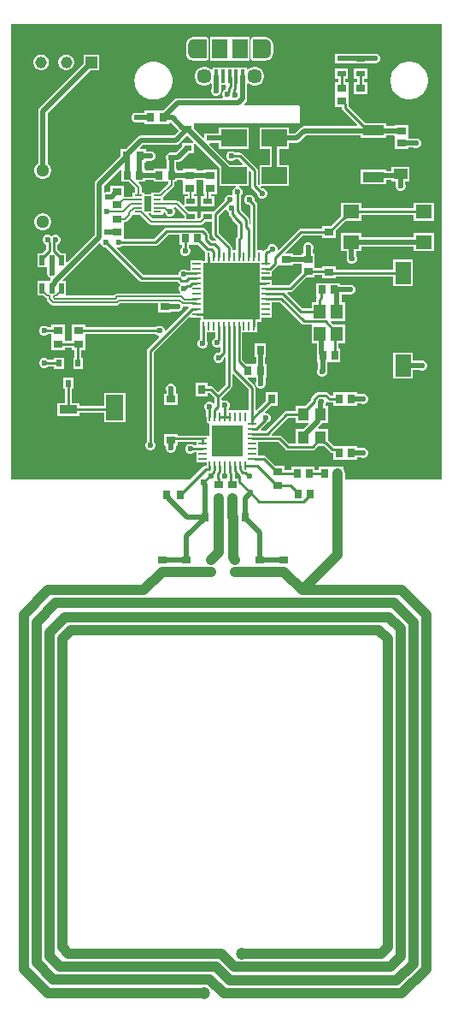
<source format=gtl>
G04*
G04 #@! TF.GenerationSoftware,Altium Limited,Altium Designer,23.10.1 (27)*
G04*
G04 Layer_Physical_Order=1*
G04 Layer_Color=255*
%FSLAX25Y25*%
%MOIN*%
G70*
G04*
G04 #@! TF.SameCoordinates,1D9EF59F-A9A3-4DE6-AF9F-94A01C22AB5E*
G04*
G04*
G04 #@! TF.FilePolarity,Positive*
G04*
G01*
G75*
%ADD13C,0.00787*%
%ADD16C,0.00591*%
%ADD17C,0.01968*%
%ADD18R,0.03150X0.03740*%
%ADD19R,0.03347X0.00984*%
%ADD20R,0.00984X0.03347*%
%ADD21R,0.22047X0.22047*%
%ADD22R,0.03937X0.03937*%
%ADD23R,0.05906X0.07480*%
%ADD24R,0.01575X0.05315*%
%ADD25R,0.12205X0.12205*%
%ADD26R,0.09843X0.06693*%
%ADD27R,0.02200X0.03850*%
%ADD28R,0.03740X0.03150*%
%ADD29R,0.03543X0.02953*%
%ADD30R,0.06693X0.09843*%
%ADD31R,0.02717X0.05906*%
%ADD32R,0.03150X0.00787*%
%ADD33R,0.02953X0.03543*%
%ADD34R,0.03543X0.02362*%
%ADD35R,0.02953X0.02362*%
%ADD36R,0.02200X0.02900*%
%ADD37R,0.07087X0.03543*%
%ADD38R,0.04724X0.05512*%
%ADD39R,0.04134X0.05118*%
%ADD40R,0.03307X0.02520*%
%ADD41R,0.06299X0.08661*%
%ADD42R,0.06299X0.08583*%
%ADD43R,0.06299X0.05512*%
%ADD44R,0.05315X0.04331*%
%ADD45R,0.08465X0.12795*%
%ADD46R,0.08465X0.03937*%
%ADD49C,0.05100*%
%ADD50C,0.05709*%
%ADD51C,0.02362*%
%ADD52C,0.01968*%
%ADD53C,0.04724*%
%ADD54C,0.01000*%
%ADD55C,0.03937*%
%ADD56C,0.04528*%
%ADD57R,0.04528X0.04528*%
G36*
X409500Y316000D02*
X371839D01*
Y318500D01*
X371744Y319219D01*
X371466Y319890D01*
X371421Y319949D01*
Y321158D01*
X369845D01*
X369778Y321185D01*
X369059Y321280D01*
X368340Y321185D01*
X368273Y321158D01*
X366803D01*
X366697Y321158D01*
Y321158D01*
X366303D01*
Y321158D01*
X361579D01*
Y319813D01*
X360126D01*
Y321059D01*
X355598D01*
Y321059D01*
X355402D01*
Y321059D01*
X350874D01*
Y319813D01*
X348158D01*
Y321421D01*
X344699D01*
X341082Y325038D01*
X340656Y325323D01*
X340154Y325423D01*
X338008D01*
Y330672D01*
X345862D01*
X348611Y327922D01*
X349037Y327638D01*
X349539Y327538D01*
X359232D01*
X359735Y327638D01*
X360160Y327922D01*
X361392Y329153D01*
X363830D01*
X363892Y329141D01*
X366190Y326844D01*
X366616Y326559D01*
X367118Y326459D01*
X367374D01*
Y323941D01*
X371598D01*
X371902Y323941D01*
X372402Y323941D01*
X376626D01*
Y324694D01*
X378217D01*
X378608Y324532D01*
X379392D01*
X380115Y324831D01*
X380669Y325385D01*
X380968Y326108D01*
Y326892D01*
X380669Y327615D01*
X380115Y328169D01*
X379392Y328468D01*
X378608D01*
X378217Y328306D01*
X376626D01*
Y329059D01*
X372402D01*
X372098Y329059D01*
X371598Y329059D01*
X368788D01*
X368661Y329084D01*
X367662D01*
X365377Y331369D01*
X365244Y331458D01*
Y335846D01*
X361562D01*
X361371Y336308D01*
X362584Y337522D01*
X362976Y338108D01*
X362996Y338209D01*
X365244D01*
Y344902D01*
X364251D01*
Y345584D01*
X364469Y346108D01*
Y346272D01*
X364655Y346409D01*
X364968Y346510D01*
X365301Y346287D01*
X365804Y346187D01*
X367374D01*
Y344941D01*
X371598D01*
X371902Y344941D01*
X372402Y344941D01*
X376626D01*
Y345694D01*
X378217D01*
X378608Y345532D01*
X379392D01*
X380115Y345831D01*
X380669Y346385D01*
X380968Y347108D01*
Y347892D01*
X380669Y348615D01*
X380115Y349169D01*
X379392Y349468D01*
X378608D01*
X378217Y349306D01*
X376626D01*
Y350059D01*
X372402D01*
X372098Y350059D01*
X371598Y350059D01*
X367374D01*
Y348813D01*
X366347D01*
X365263Y349897D01*
X364838Y350181D01*
X364335Y350281D01*
X361477D01*
X360975Y350181D01*
X360549Y349897D01*
X359103Y348451D01*
X358819Y348025D01*
X358719Y347522D01*
Y347122D01*
X356498Y344902D01*
X352646D01*
Y342868D01*
X349124D01*
X348622Y342768D01*
X348196Y342483D01*
X340978Y335265D01*
X339140D01*
X338949Y335727D01*
X341253Y338032D01*
X341392D01*
X342115Y338331D01*
X342669Y338885D01*
X342969Y339608D01*
Y340392D01*
X342669Y341115D01*
X342115Y341669D01*
X341392Y341968D01*
X340859D01*
X340652Y342469D01*
X342863Y344680D01*
X345731D01*
Y349995D01*
X341007D01*
Y346536D01*
X338463Y343992D01*
X338271Y343954D01*
X337845Y343670D01*
X337322Y343147D01*
X336860Y343338D01*
Y351906D01*
X336760Y352409D01*
X336475Y352835D01*
X333929Y355381D01*
X334121Y355842D01*
X336197D01*
X336303Y355842D01*
X336723D01*
X337223Y355649D01*
Y354354D01*
X337032Y353892D01*
Y353108D01*
X337331Y352385D01*
X337885Y351831D01*
X338608Y351532D01*
X339392D01*
X340115Y351831D01*
X340669Y352385D01*
X340968Y353108D01*
Y353892D01*
X340836Y354212D01*
Y355842D01*
X341421D01*
Y361157D01*
X340767D01*
Y363941D01*
X341126D01*
Y369059D01*
X336598D01*
Y363941D01*
X337154D01*
Y361512D01*
X336697Y361157D01*
X336303D01*
X336197Y361157D01*
X333435D01*
X331781Y362811D01*
Y373476D01*
X337653D01*
Y375771D01*
X337687Y375937D01*
Y377610D01*
X339327D01*
Y379283D01*
X343461D01*
Y381252D01*
Y385156D01*
X346580D01*
X355011Y376725D01*
X355436Y376441D01*
X355939Y376341D01*
X358850D01*
Y369295D01*
X360839D01*
Y364992D01*
X360874Y364818D01*
Y361941D01*
X361331D01*
Y359115D01*
X361331Y359115D01*
X361032Y358392D01*
Y357608D01*
X361331Y356885D01*
X361885Y356331D01*
X362608Y356031D01*
X363392D01*
X364115Y356331D01*
X364669Y356885D01*
X364968Y357608D01*
Y358392D01*
X364944Y358450D01*
Y361838D01*
X365402Y361941D01*
X365598D01*
Y361941D01*
X370126D01*
Y367059D01*
X369175D01*
Y369295D01*
X371843D01*
Y376382D01*
X367400D01*
X366287Y377495D01*
X366478Y377957D01*
X371843D01*
Y385043D01*
X370499D01*
Y388194D01*
X373217D01*
X373608Y388032D01*
X374392D01*
X375115Y388331D01*
X375669Y388885D01*
X375969Y389608D01*
Y390392D01*
X375669Y391115D01*
X375115Y391669D01*
X374392Y391968D01*
X373608D01*
X373217Y391806D01*
X369988D01*
Y392559D01*
X365461D01*
Y392559D01*
X365264D01*
Y392559D01*
X360736D01*
Y387441D01*
X360736Y387441D01*
X360927Y386941D01*
X360787Y386733D01*
X360687Y386230D01*
Y385043D01*
X358850D01*
Y382813D01*
X355164D01*
X349345Y388631D01*
X349537Y389093D01*
X350610D01*
X351113Y389193D01*
X351538Y389477D01*
X356797Y394736D01*
X360059D01*
Y395687D01*
X362842D01*
Y394579D01*
X368158D01*
Y395278D01*
X390563D01*
Y391472D01*
X398437D01*
Y401709D01*
X390563D01*
Y397903D01*
X368158D01*
Y399303D01*
X362842D01*
Y398313D01*
X360059D01*
Y399264D01*
X360059D01*
Y399461D01*
X360059D01*
Y403988D01*
X359306D01*
Y405717D01*
X359469Y406108D01*
Y406892D01*
X359169Y407615D01*
X358615Y408169D01*
X357892Y408468D01*
X357108D01*
X356385Y408169D01*
X355831Y407615D01*
X355532Y406892D01*
Y406108D01*
X355694Y405717D01*
Y403988D01*
X354941D01*
Y403600D01*
X351559D01*
Y404126D01*
X348983D01*
X348792Y404588D01*
X355332Y411128D01*
X362842D01*
Y410079D01*
X368158D01*
Y412947D01*
X372048Y416837D01*
X372071D01*
X372198Y416862D01*
X378264D01*
Y419093D01*
X398736D01*
Y416862D01*
X406610D01*
Y423949D01*
X398736D01*
Y421718D01*
X378264D01*
Y423949D01*
X370390D01*
Y418892D01*
X366301Y414803D01*
X362842D01*
Y413754D01*
X354788D01*
X354286Y413654D01*
X353860Y413369D01*
X345969Y405477D01*
X345468Y405684D01*
Y406151D01*
X345169Y406875D01*
X344615Y407429D01*
X343892Y407728D01*
X343108D01*
X342385Y407429D01*
X341831Y406875D01*
X341531Y406151D01*
Y406016D01*
X341492Y405977D01*
X341205Y405920D01*
X340779Y405635D01*
X340122Y404978D01*
X339914Y405008D01*
X339622Y405155D01*
Y405366D01*
X337687D01*
Y423082D01*
X337587Y423585D01*
X337302Y424011D01*
X336469Y424844D01*
Y425392D01*
X336169Y426115D01*
X335615Y426669D01*
X334892Y426968D01*
X334108D01*
X333385Y426669D01*
X332831Y426115D01*
X332531Y425392D01*
Y424608D01*
X332831Y423885D01*
X333385Y423331D01*
X334108Y423032D01*
X334569D01*
X335061Y422539D01*
Y415823D01*
X334561Y415555D01*
X334529Y415577D01*
Y417292D01*
X334429Y417795D01*
X334145Y418220D01*
X331423Y420942D01*
Y426671D01*
X331637Y426885D01*
X331937Y427608D01*
Y428392D01*
X331637Y429115D01*
X331084Y429669D01*
X330607Y429866D01*
X330707Y430366D01*
X334335D01*
Y436092D01*
X334797Y436283D01*
X335307Y435773D01*
Y430381D01*
X335406Y429879D01*
X335691Y429453D01*
X337531Y427612D01*
Y427108D01*
X337831Y426385D01*
X338385Y425831D01*
X339108Y425531D01*
X339892D01*
X340615Y425831D01*
X341169Y426385D01*
X341469Y427108D01*
Y427892D01*
X341169Y428615D01*
X340615Y429169D01*
X339892Y429468D01*
X339388D01*
X338990Y429866D01*
X339197Y430366D01*
X350083D01*
Y438634D01*
X346180D01*
Y444866D01*
X349957D01*
Y447194D01*
X353127D01*
X353818Y447331D01*
X354404Y447723D01*
X356834Y450152D01*
X377996D01*
Y449299D01*
X388035D01*
Y450152D01*
X391087D01*
X391441Y449799D01*
Y449598D01*
X391441Y449098D01*
Y444874D01*
X396559D01*
Y445331D01*
X398385D01*
X398385Y445331D01*
X399108Y445031D01*
X399892D01*
X400615Y445331D01*
X401169Y445885D01*
X401469Y446608D01*
Y447392D01*
X401169Y448115D01*
X400615Y448669D01*
X399892Y448969D01*
X399108D01*
X399050Y448944D01*
X396913D01*
X396559Y449298D01*
X396559Y449902D01*
Y454126D01*
X391441D01*
Y453765D01*
X388035D01*
Y454811D01*
X379852D01*
X373183Y461481D01*
Y462366D01*
X373158Y462493D01*
Y465697D01*
X373158Y465803D01*
Y466197D01*
X373158Y466303D01*
Y470921D01*
X371813D01*
Y472126D01*
X373059D01*
Y476063D01*
X367941D01*
Y472126D01*
X369187D01*
Y470921D01*
X367843D01*
Y466303D01*
X367843Y466197D01*
Y465803D01*
X367843Y465697D01*
Y461079D01*
X370557D01*
Y460937D01*
X370657Y460435D01*
X370942Y460009D01*
X376724Y454227D01*
X376533Y453765D01*
X356086D01*
X355395Y453627D01*
X354809Y453236D01*
X352379Y450806D01*
X349957D01*
Y453134D01*
X338539D01*
Y444866D01*
X342568D01*
Y438634D01*
X338665D01*
Y431180D01*
X338165Y430932D01*
X337932Y431111D01*
Y436317D01*
X337832Y436819D01*
X337547Y437245D01*
X331864Y442928D01*
X331438Y443213D01*
X330936Y443313D01*
X328971D01*
X328615Y443669D01*
X327892Y443968D01*
X327108D01*
X326385Y443669D01*
X325831Y443115D01*
X325532Y442392D01*
Y441608D01*
X325831Y440885D01*
X326385Y440331D01*
X327108Y440031D01*
X327892D01*
X328615Y440331D01*
X328971Y440687D01*
X330392D01*
X331984Y439096D01*
X331792Y438634D01*
X326972D01*
X319036Y446570D01*
X319228Y447031D01*
X321595D01*
Y447194D01*
X322791D01*
Y444866D01*
X334209D01*
Y453134D01*
X322791D01*
Y450806D01*
X321595D01*
Y450969D01*
X317067D01*
Y449192D01*
X316605Y449001D01*
X312933Y452673D01*
Y454697D01*
X353500D01*
X353807Y454758D01*
X354068Y454932D01*
X354242Y455193D01*
X354303Y455500D01*
Y461000D01*
X354242Y461307D01*
X354068Y461568D01*
X353807Y461742D01*
X353500Y461803D01*
X332689D01*
X332498Y462265D01*
X333261Y463028D01*
X333653Y463615D01*
X333791Y464306D01*
Y470218D01*
X334291Y470425D01*
X334473Y470243D01*
X335303Y469764D01*
X336229Y469516D01*
X337188D01*
X338114Y469764D01*
X338945Y470243D01*
X339623Y470921D01*
X340102Y471752D01*
X340350Y472678D01*
Y473637D01*
X340102Y474563D01*
X339623Y475393D01*
X338945Y476072D01*
X338114Y476551D01*
X337188Y476799D01*
X336229D01*
X335303Y476551D01*
X334473Y476072D01*
X334059Y475658D01*
X333559Y475865D01*
Y476602D01*
X320173D01*
Y475865D01*
X319673Y475658D01*
X319260Y476072D01*
X318429Y476551D01*
X317503Y476799D01*
X316544D01*
X315618Y476551D01*
X314788Y476072D01*
X314109Y475393D01*
X313630Y474563D01*
X313382Y473637D01*
Y472678D01*
X313630Y471752D01*
X314109Y470921D01*
X314788Y470243D01*
X315618Y469764D01*
X316544Y469516D01*
X317503D01*
X318429Y469764D01*
X319260Y470243D01*
X319442Y470425D01*
X319942Y470218D01*
Y468725D01*
X319831Y468615D01*
X319531Y467892D01*
Y467108D01*
X319831Y466385D01*
X320385Y465831D01*
X321108Y465531D01*
X321892D01*
X322615Y465831D01*
X323169Y466385D01*
X323468Y467108D01*
Y467423D01*
X323554Y467855D01*
Y469713D01*
X325251D01*
X325398Y469503D01*
X325486Y469213D01*
X325257Y468870D01*
X325158Y468368D01*
Y467956D01*
X324794Y467805D01*
X324240Y467252D01*
X323940Y466528D01*
Y465745D01*
X324217Y465078D01*
X324030Y464578D01*
X306535D01*
X305844Y464440D01*
X305258Y464049D01*
X300867Y459657D01*
X298803D01*
X298697Y459657D01*
X298303D01*
X298197Y459657D01*
X295525D01*
X295350Y459692D01*
X295176Y459657D01*
X293579D01*
Y458806D01*
X291283D01*
X290892Y458968D01*
X290108D01*
X289385Y458669D01*
X288831Y458115D01*
X288531Y457392D01*
Y456608D01*
X288831Y455885D01*
X289385Y455331D01*
X290108Y455031D01*
X290892D01*
X291283Y455194D01*
X293579D01*
Y454343D01*
X298197D01*
X298303Y454343D01*
X298697D01*
X298803Y454343D01*
X303421D01*
Y454812D01*
X303921Y455019D01*
X307010Y451930D01*
X305173Y450094D01*
X292379D01*
X291688Y449956D01*
X291102Y449565D01*
X287412Y445875D01*
X287020Y445289D01*
X287004Y445208D01*
X286528Y444732D01*
X284358D01*
Y441972D01*
X274723Y432336D01*
X274331Y431750D01*
X274194Y431059D01*
Y411385D01*
X263590Y400781D01*
X263128Y400972D01*
Y404087D01*
X261209D01*
X260691Y404605D01*
X260687Y404612D01*
X259980Y405319D01*
X259762Y405464D01*
X259706Y405520D01*
Y406957D01*
X259631Y407333D01*
Y407631D01*
X260115Y407831D01*
X260669Y408385D01*
X260968Y409108D01*
Y409892D01*
X260669Y410615D01*
X260115Y411169D01*
X259392Y411469D01*
X258608D01*
X257885Y411169D01*
X257425Y410709D01*
X256965Y411169D01*
X256242Y411469D01*
X255459D01*
X254735Y411169D01*
X254182Y410615D01*
X253882Y409892D01*
Y409108D01*
X254182Y408385D01*
X254735Y407831D01*
X255219Y407631D01*
Y406291D01*
X255294Y405915D01*
Y405520D01*
X255238Y405464D01*
X255020Y405319D01*
X254313Y404612D01*
X254309Y404605D01*
X253791Y404087D01*
X251872D01*
Y398663D01*
X255694D01*
Y397283D01*
X255532Y396892D01*
Y396108D01*
X255831Y395385D01*
X256385Y394831D01*
X256805Y394657D01*
X257014Y394070D01*
X256896Y393894D01*
X256786Y393337D01*
X251872D01*
Y387913D01*
X254086D01*
X254965Y387034D01*
X255323Y386794D01*
X255601Y386739D01*
Y386320D01*
X255685Y385898D01*
X255924Y385540D01*
X257202Y384262D01*
X257560Y384023D01*
X257982Y383939D01*
X282872D01*
X283294Y384023D01*
X283652Y384262D01*
X284050Y384660D01*
X298941D01*
Y381098D01*
X304059D01*
Y381556D01*
X306050D01*
X306108Y381532D01*
X306892D01*
X307615Y381831D01*
X308169Y382385D01*
X308469Y383108D01*
Y383549D01*
X308512Y383585D01*
X310783D01*
X310990Y383085D01*
X301969Y374064D01*
X301468Y374271D01*
Y374392D01*
X301169Y375115D01*
X300615Y375669D01*
X299892Y375969D01*
X299108D01*
X298385Y375669D01*
X298029Y375313D01*
X270657D01*
Y376362D01*
X265342D01*
Y371744D01*
X265342Y371638D01*
Y371244D01*
X265342Y371138D01*
Y370254D01*
X262657D01*
Y371197D01*
X262657Y371303D01*
Y371697D01*
X262657Y371803D01*
Y376421D01*
X257343D01*
Y375313D01*
X255971D01*
X255615Y375669D01*
X254892Y375969D01*
X254108D01*
X253385Y375669D01*
X252831Y375115D01*
X252532Y374392D01*
Y373608D01*
X252831Y372885D01*
X253385Y372331D01*
X254108Y372031D01*
X254892D01*
X255615Y372331D01*
X255971Y372687D01*
X257343D01*
Y371803D01*
X257343Y371697D01*
Y371303D01*
X257343Y371197D01*
Y366579D01*
X262657D01*
Y367628D01*
X265342D01*
Y366520D01*
X266437D01*
Y363637D01*
X265863D01*
Y359163D01*
X269637D01*
Y363637D01*
X269063D01*
Y366520D01*
X270657D01*
Y371138D01*
X270657Y371244D01*
Y371638D01*
X270657Y371744D01*
Y372687D01*
X298029D01*
X298385Y372331D01*
X299108Y372031D01*
X299229D01*
X299436Y371532D01*
X295072Y367167D01*
X294787Y366741D01*
X294687Y366239D01*
Y330971D01*
X294331Y330615D01*
X294032Y329892D01*
Y329108D01*
X294331Y328385D01*
X294885Y327831D01*
X295608Y327532D01*
X296392D01*
X297115Y327831D01*
X297669Y328385D01*
X297969Y329108D01*
Y329892D01*
X297669Y330615D01*
X297313Y330971D01*
Y365695D01*
X311109Y379492D01*
X311571Y379300D01*
Y379283D01*
X313865D01*
X314032Y379250D01*
X315705D01*
Y378398D01*
X315409D01*
Y376103D01*
X315376Y375937D01*
Y370743D01*
X315273Y370700D01*
X314719Y370147D01*
X314419Y369423D01*
Y368640D01*
X314719Y367916D01*
X315273Y367363D01*
X315996Y367063D01*
X316779D01*
X317503Y367363D01*
X318057Y367916D01*
X318356Y368640D01*
Y369423D01*
X318057Y370147D01*
X318002Y370202D01*
Y373476D01*
X321282D01*
Y371294D01*
X320979Y371169D01*
X320426Y370615D01*
X320126Y369892D01*
Y369108D01*
X320426Y368385D01*
X320979Y367831D01*
X321703Y367531D01*
X322486D01*
X322750Y367641D01*
X323250Y367307D01*
Y366107D01*
X322612Y365469D01*
X322108D01*
X321385Y365169D01*
X320831Y364615D01*
X320532Y363892D01*
Y363108D01*
X320831Y362385D01*
X321385Y361831D01*
X322108Y361531D01*
X322892D01*
X323615Y361831D01*
X324169Y362385D01*
X324468Y363108D01*
Y363536D01*
X324735Y363749D01*
X325219Y363534D01*
Y353029D01*
X322397Y350207D01*
X320675Y351928D01*
X320249Y352213D01*
X319747Y352313D01*
X318421D01*
Y353658D01*
X313697D01*
Y348342D01*
X318421D01*
Y349687D01*
X319203D01*
X321084Y347807D01*
Y345853D01*
X320984Y345796D01*
X320584Y345700D01*
X320115Y346169D01*
X319392Y346468D01*
X318608D01*
X317885Y346169D01*
X317331Y345615D01*
X317032Y344892D01*
Y344108D01*
X317331Y343385D01*
X317790Y342926D01*
Y340555D01*
X317831Y340349D01*
Y338087D01*
X318692D01*
X319110Y337890D01*
X319110Y337587D01*
Y333682D01*
X318913Y333264D01*
X318610Y333264D01*
X316619D01*
X316453Y333297D01*
X316413Y333289D01*
X306559D01*
Y333902D01*
X301441D01*
Y329374D01*
X301690D01*
X302031Y328892D01*
Y328108D01*
X302331Y327385D01*
X302885Y326831D01*
X303608Y326532D01*
X304392D01*
X305115Y326831D01*
X305669Y327385D01*
X305968Y328108D01*
Y328892D01*
X306310Y329374D01*
X306559D01*
Y330664D01*
X313992D01*
Y329352D01*
X312932D01*
X312615Y329669D01*
X311892Y329969D01*
X311108D01*
X310385Y329669D01*
X309831Y329115D01*
X309531Y328392D01*
Y327608D01*
X309831Y326885D01*
X310385Y326331D01*
X311108Y326031D01*
X311892D01*
X312615Y326331D01*
X313011Y326727D01*
X313992D01*
Y322831D01*
X317831D01*
Y321619D01*
X317825Y321592D01*
X317484D01*
X316982Y321492D01*
X316556Y321208D01*
X311348Y316000D01*
X241500D01*
Y493500D01*
X409500D01*
Y316000D01*
D02*
G37*
G36*
X312768Y447728D02*
X312561Y447228D01*
X308405D01*
Y445846D01*
X305941Y443382D01*
X304601D01*
X304392Y443469D01*
X303608D01*
X302885Y443169D01*
X302331Y442615D01*
X302031Y441892D01*
Y441108D01*
X302331Y440385D01*
X302335Y440381D01*
Y437237D01*
X301878Y437134D01*
X301681D01*
Y437134D01*
X297153D01*
Y436381D01*
X293905D01*
Y437134D01*
X293547D01*
Y439417D01*
X294201D01*
Y440231D01*
X295127D01*
X295608Y440031D01*
X296392D01*
X297115Y440331D01*
X297669Y440885D01*
X297969Y441608D01*
Y442392D01*
X297669Y443115D01*
X297115Y443669D01*
X296392Y443968D01*
X295608D01*
X295307Y443844D01*
X294201D01*
Y444732D01*
X292032D01*
X291841Y445194D01*
X293127Y446481D01*
X305921D01*
X306612Y446619D01*
X307199Y447010D01*
X310343Y450154D01*
X312768Y447728D01*
D02*
G37*
G36*
X297153Y432016D02*
X301681D01*
Y432016D01*
X301878D01*
Y432016D01*
X302938D01*
Y431389D01*
X299403Y427854D01*
X298721D01*
X298604Y427831D01*
X296358D01*
Y427240D01*
X293642D01*
Y427831D01*
X292484D01*
Y429917D01*
X292392Y430378D01*
X292131Y430769D01*
X292131Y430769D01*
X291346Y431554D01*
X291537Y432016D01*
X293905D01*
Y432768D01*
X297153D01*
Y432016D01*
D02*
G37*
G36*
X284653Y436451D02*
Y432016D01*
X287478D01*
X290075Y429419D01*
Y427831D01*
X288917D01*
Y426279D01*
X285658D01*
Y430480D01*
X280343D01*
Y428310D01*
X280126Y428094D01*
X279824D01*
X279614Y428181D01*
X278831D01*
X278306Y427964D01*
X277806Y428234D01*
Y430311D01*
X284154Y436658D01*
X284653Y436451D01*
D02*
G37*
G36*
X308530Y432537D02*
X308622Y432298D01*
Y431878D01*
X308622Y431772D01*
Y427153D01*
X310575D01*
Y426496D01*
X309221D01*
Y423001D01*
X308720Y422794D01*
X307163Y424352D01*
X306772Y424613D01*
X306311Y424704D01*
X306311Y424704D01*
X301083D01*
Y426128D01*
X304993Y430038D01*
X304993Y430038D01*
X305254Y430429D01*
X305346Y430890D01*
X305346Y430890D01*
Y432016D01*
X306405D01*
Y432798D01*
X308268D01*
X308530Y432537D01*
D02*
G37*
G36*
X322917Y437579D02*
Y430366D01*
X329230D01*
X329330Y429866D01*
X328853Y429669D01*
X328300Y429115D01*
X328000Y428392D01*
Y427608D01*
X328175Y427185D01*
X327793Y426802D01*
X327392Y426968D01*
X326608D01*
X325885Y426669D01*
X325331Y426115D01*
X325031Y425392D01*
Y424888D01*
X320687Y420543D01*
X315721D01*
Y418309D01*
X315072Y417661D01*
X314339D01*
Y420590D01*
X310924D01*
X309455Y422059D01*
X309662Y422559D01*
X314339D01*
Y426496D01*
X312984D01*
Y427153D01*
X313937D01*
Y431772D01*
X313937Y431878D01*
Y432298D01*
X314130Y432798D01*
X316268D01*
X316606Y432461D01*
X316622Y432298D01*
X316622Y432213D01*
Y431819D01*
X316622Y431713D01*
Y427095D01*
X317075D01*
Y426449D01*
X315721D01*
Y422512D01*
X320839D01*
Y426449D01*
X319484D01*
Y427095D01*
X321937D01*
Y431713D01*
X321937Y431819D01*
Y432213D01*
X321937Y432319D01*
Y436937D01*
X316622D01*
Y436411D01*
X313937D01*
Y436996D01*
X308622D01*
Y436411D01*
X306405D01*
Y437134D01*
X305948D01*
Y439769D01*
X306690D01*
X307381Y439907D01*
X307967Y440298D01*
X310960Y443291D01*
X312933D01*
Y446856D01*
X313433Y447063D01*
X322917Y437579D01*
D02*
G37*
G36*
X309221Y418888D02*
Y417661D01*
X296839D01*
X295202Y419298D01*
X295393Y419760D01*
X296358D01*
Y419169D01*
X301083D01*
Y419885D01*
X301583Y419985D01*
X301831Y419385D01*
X302385Y418831D01*
X303108Y418532D01*
X303892D01*
X304615Y418831D01*
X305169Y419385D01*
X305469Y420108D01*
Y420892D01*
X305169Y421615D01*
X304988Y421796D01*
X305195Y422296D01*
X305812D01*
X309221Y418888D01*
D02*
G37*
G36*
X291280Y419146D02*
X291948D01*
X295489Y415605D01*
X295489Y415605D01*
X295880Y415344D01*
X296340Y415252D01*
X315571D01*
X315571Y415252D01*
X316032Y415344D01*
X316422Y415605D01*
X317424Y416606D01*
X320061D01*
Y411474D01*
X320161Y410971D01*
X320446Y410545D01*
X321540Y409451D01*
X321267Y409017D01*
X320895Y409091D01*
X319775D01*
X318844Y410021D01*
Y411621D01*
X318744Y412123D01*
X318460Y412549D01*
X317218Y413790D01*
X316793Y414075D01*
X316290Y414175D01*
X302261D01*
X301758Y414075D01*
X301332Y413790D01*
X297355Y409813D01*
X286047D01*
X285658Y410079D01*
Y414803D01*
X285658D01*
Y415197D01*
X285658D01*
Y416062D01*
X286051Y416355D01*
X286512Y416446D01*
X286903Y416708D01*
X288526Y418330D01*
X288526Y418330D01*
X288787Y418721D01*
X288787Y418723D01*
X288917Y419169D01*
X291163D01*
X291280Y419146D01*
D02*
G37*
G36*
X307374Y407441D02*
X308256D01*
Y406540D01*
X307900Y406184D01*
X307600Y405461D01*
Y404677D01*
X307900Y403954D01*
X308454Y403400D01*
X309177Y403100D01*
X309961D01*
X310684Y403400D01*
X311238Y403954D01*
X311537Y404677D01*
Y405461D01*
X311238Y406184D01*
X310881Y406540D01*
Y407441D01*
X311902D01*
Y407441D01*
X312098D01*
Y407441D01*
X314770D01*
X317373Y404838D01*
X317378Y404834D01*
Y403072D01*
X317345Y402906D01*
Y401232D01*
X316492D01*
Y401528D01*
X311571D01*
Y397624D01*
X310160D01*
X310115Y397669D01*
X309392Y397969D01*
X308608D01*
X307885Y397669D01*
X307331Y397115D01*
X307031Y396392D01*
Y395655D01*
X293201D01*
X282695Y406162D01*
X282978Y406586D01*
X283108Y406531D01*
X283892D01*
X284615Y406831D01*
X284971Y407187D01*
X297898D01*
X298401Y407287D01*
X298827Y407572D01*
X302804Y411550D01*
X307374D01*
Y407441D01*
D02*
G37*
G36*
X325795Y421231D02*
X325973Y420801D01*
X326527Y420248D01*
X326590Y420222D01*
Y419589D01*
X326690Y419086D01*
X326974Y418660D01*
X327707Y417928D01*
X327756Y417682D01*
X328040Y417256D01*
X330117Y415180D01*
Y410921D01*
X329540Y410345D01*
X329256Y409919D01*
X329156Y409417D01*
Y405366D01*
X327844D01*
Y406316D01*
X327744Y406818D01*
X327460Y407244D01*
X322687Y412017D01*
Y418830D01*
X325211Y421355D01*
X325795Y421231D01*
D02*
G37*
G36*
X354941Y399461D02*
X354941D01*
Y399264D01*
X354941D01*
Y396592D01*
X350066Y391718D01*
X343461D01*
Y393653D01*
X341166D01*
X341000Y393687D01*
X339327D01*
Y395031D01*
X343461D01*
Y397216D01*
X343675Y397359D01*
X345690Y399374D01*
X345941Y399750D01*
X345976Y399752D01*
X346441Y399598D01*
Y399598D01*
X351559D01*
Y399987D01*
X354941D01*
Y399461D01*
D02*
G37*
G36*
X276591Y407966D02*
X276831Y407385D01*
X277385Y406831D01*
X278108Y406531D01*
X278612D01*
X291729Y393414D01*
X292155Y393130D01*
X292657Y393030D01*
X306623D01*
X307049Y392603D01*
X307387Y392378D01*
X307501Y391994D01*
X307517Y391801D01*
X307331Y391615D01*
X307031Y390892D01*
Y390108D01*
X307331Y389385D01*
X307758Y388958D01*
X307578Y388458D01*
X282934D01*
X282512Y388374D01*
X282154Y388135D01*
X281756Y387737D01*
X263555D01*
X263128Y387913D01*
Y393337D01*
X261908D01*
X261717Y393799D01*
X276070Y408152D01*
X276591Y407966D01*
D02*
G37*
G36*
X334235Y351363D02*
Y343481D01*
X334169Y343008D01*
X326321D01*
Y343537D01*
X326669Y343885D01*
X326969Y344608D01*
Y345392D01*
X326669Y346115D01*
X326115Y346669D01*
X325392Y346969D01*
X324608D01*
X324209Y346803D01*
X323709Y347137D01*
Y347807D01*
X327460Y351557D01*
X327744Y351983D01*
X327844Y352485D01*
Y357100D01*
X328306Y357291D01*
X334235Y351363D01*
D02*
G37*
G36*
X352646Y338209D02*
X357509D01*
X357700Y337747D01*
X355800Y335846D01*
X352646D01*
Y330163D01*
X350083D01*
X347334Y332912D01*
X346908Y333197D01*
X346406Y333297D01*
X343375D01*
X343184Y333759D01*
X349668Y340243D01*
X352646D01*
Y338209D01*
D02*
G37*
%LPC*%
G36*
X383892Y481968D02*
X383108D01*
X382660Y481783D01*
X380559D01*
Y481921D01*
X375441D01*
Y481783D01*
X373059D01*
Y481968D01*
X367941D01*
Y478031D01*
X373059D01*
Y478170D01*
X375441D01*
Y477984D01*
X380559D01*
Y478170D01*
X382774D01*
X383108Y478031D01*
X383892D01*
X384615Y478331D01*
X385169Y478885D01*
X385469Y479608D01*
Y480392D01*
X385169Y481115D01*
X384615Y481669D01*
X383892Y481968D01*
D02*
G37*
G36*
X327063Y488315D02*
X326669D01*
X326563Y488315D01*
X319189D01*
Y479260D01*
X326563D01*
X326669Y479260D01*
X327063D01*
X327169Y479260D01*
X334543D01*
Y488315D01*
X327169D01*
X327063Y488315D01*
D02*
G37*
G36*
X341039Y488339D02*
X340976Y488330D01*
X335921D01*
X335614Y488269D01*
X335353Y488095D01*
X335179Y487835D01*
X335118Y487528D01*
Y480047D01*
X335179Y479740D01*
X335353Y479480D01*
X335614Y479306D01*
X335921Y479244D01*
X340976D01*
X341039Y479236D01*
X341759Y479331D01*
X342429Y479608D01*
X343005Y480050D01*
X343447Y480626D01*
X343724Y481296D01*
X343819Y482016D01*
X343811Y482079D01*
X343811Y485495D01*
X343819Y485559D01*
X343724Y486278D01*
X343447Y486949D01*
X343005Y487525D01*
X342429Y487966D01*
X341759Y488244D01*
X341039Y488339D01*
D02*
G37*
G36*
X312693Y488339D02*
X311974Y488244D01*
X311303Y487966D01*
X310727Y487525D01*
X310286Y486949D01*
X310008Y486278D01*
X309913Y485559D01*
X309922Y485496D01*
X309922Y482080D01*
X309913Y482016D01*
X310008Y481296D01*
X310286Y480626D01*
X310727Y480050D01*
X311303Y479608D01*
X311974Y479331D01*
X312693Y479236D01*
X312756Y479244D01*
X317811D01*
X318118Y479306D01*
X318379Y479480D01*
X318553Y479740D01*
X318614Y480047D01*
Y487528D01*
X318553Y487835D01*
X318379Y488095D01*
X318118Y488269D01*
X317811Y488330D01*
X312756D01*
X312693Y488339D01*
D02*
G37*
G36*
X263559Y481551D02*
X262756D01*
X261980Y481343D01*
X261284Y480942D01*
X260716Y480373D01*
X260314Y479678D01*
X260106Y478902D01*
Y478098D01*
X260314Y477322D01*
X260716Y476626D01*
X261284Y476058D01*
X261980Y475657D01*
X262756Y475449D01*
X263559D01*
X264335Y475657D01*
X265031Y476058D01*
X265599Y476626D01*
X266001Y477322D01*
X266209Y478098D01*
Y478902D01*
X266001Y479678D01*
X265599Y480373D01*
X265031Y480942D01*
X264335Y481343D01*
X263559Y481551D01*
D02*
G37*
G36*
X253717D02*
X252913D01*
X252137Y481343D01*
X251442Y480942D01*
X250873Y480373D01*
X250472Y479678D01*
X250264Y478902D01*
Y478098D01*
X250472Y477322D01*
X250873Y476626D01*
X251442Y476058D01*
X252137Y475657D01*
X252913Y475449D01*
X253717D01*
X254493Y475657D01*
X255188Y476058D01*
X255756Y476626D01*
X256158Y477322D01*
X256366Y478098D01*
Y478902D01*
X256158Y479678D01*
X255756Y480373D01*
X255188Y480942D01*
X254493Y481343D01*
X253717Y481551D01*
D02*
G37*
G36*
X380559Y476016D02*
X375441D01*
Y472079D01*
X376687D01*
Y470862D01*
X375342D01*
Y466138D01*
X380658D01*
Y470862D01*
X379313D01*
Y472079D01*
X380559D01*
Y476016D01*
D02*
G37*
G36*
X397571Y478879D02*
X396276D01*
X396198Y478864D01*
X396119D01*
X394849Y478611D01*
X394776Y478581D01*
X394698Y478565D01*
X393501Y478070D01*
X393435Y478026D01*
X393362Y477995D01*
X392285Y477276D01*
X392229Y477220D01*
X392164Y477176D01*
X391248Y476260D01*
X391204Y476194D01*
X391148Y476138D01*
X390428Y475061D01*
X390398Y474988D01*
X390354Y474922D01*
X389858Y473726D01*
X389843Y473648D01*
X389812Y473575D01*
X389560Y472304D01*
Y472225D01*
X389544Y472148D01*
Y470852D01*
X389560Y470775D01*
Y470696D01*
X389812Y469425D01*
X389843Y469352D01*
X389858Y469275D01*
X390354Y468078D01*
X390398Y468012D01*
X390428Y467939D01*
X391148Y466862D01*
X391204Y466806D01*
X391248Y466740D01*
X392164Y465824D01*
X392229Y465780D01*
X392285Y465724D01*
X393362Y465004D01*
X393435Y464974D01*
X393501Y464930D01*
X394698Y464434D01*
X394776Y464419D01*
X394849Y464389D01*
X396119Y464136D01*
X396198D01*
X396276Y464121D01*
X397571D01*
X397649Y464136D01*
X397728D01*
X398998Y464389D01*
X399072Y464419D01*
X399149Y464434D01*
X400346Y464930D01*
X400412Y464974D01*
X400485Y465004D01*
X401562Y465724D01*
X401618Y465780D01*
X401684Y465824D01*
X402599Y466740D01*
X402643Y466806D01*
X402699Y466862D01*
X403419Y467939D01*
X403449Y468012D01*
X403493Y468078D01*
X403989Y469275D01*
X404004Y469352D01*
X404035Y469425D01*
X404287Y470696D01*
Y470775D01*
X404303Y470852D01*
Y472148D01*
X404287Y472225D01*
Y472304D01*
X404035Y473575D01*
X404004Y473648D01*
X403989Y473726D01*
X403493Y474922D01*
X403449Y474988D01*
X403419Y475061D01*
X402699Y476138D01*
X402643Y476194D01*
X402599Y476260D01*
X401684Y477176D01*
X401618Y477220D01*
X401562Y477276D01*
X400485Y477995D01*
X400412Y478026D01*
X400346Y478070D01*
X399149Y478565D01*
X399072Y478581D01*
X398998Y478611D01*
X397728Y478864D01*
X397649D01*
X397571Y478879D01*
D02*
G37*
G36*
X297820Y478764D02*
X296524D01*
X296447Y478749D01*
X296368D01*
X295097Y478496D01*
X295024Y478466D01*
X294947Y478450D01*
X293750Y477955D01*
X293684Y477911D01*
X293611Y477880D01*
X292534Y477161D01*
X292478Y477105D01*
X292412Y477061D01*
X291496Y476145D01*
X291452Y476079D01*
X291396Y476023D01*
X290676Y474946D01*
X290646Y474873D01*
X290602Y474807D01*
X290107Y473610D01*
X290091Y473533D01*
X290061Y473460D01*
X289808Y472189D01*
Y472110D01*
X289793Y472033D01*
Y470737D01*
X289808Y470660D01*
Y470580D01*
X290061Y469310D01*
X290091Y469237D01*
X290107Y469159D01*
X290602Y467963D01*
X290646Y467897D01*
X290676Y467824D01*
X291396Y466747D01*
X291452Y466691D01*
X291496Y466625D01*
X292412Y465709D01*
X292478Y465665D01*
X292534Y465609D01*
X293611Y464889D01*
X293684Y464859D01*
X293750Y464815D01*
X294947Y464319D01*
X295024Y464304D01*
X295097Y464274D01*
X296368Y464021D01*
X296447D01*
X296524Y464006D01*
X297820D01*
X297897Y464021D01*
X297976D01*
X299247Y464274D01*
X299320Y464304D01*
X299397Y464319D01*
X300594Y464815D01*
X300660Y464859D01*
X300733Y464889D01*
X301810Y465609D01*
X301866Y465665D01*
X301932Y465709D01*
X302848Y466625D01*
X302892Y466691D01*
X302948Y466747D01*
X303667Y467824D01*
X303698Y467897D01*
X303742Y467963D01*
X304238Y469159D01*
X304253Y469237D01*
X304283Y469310D01*
X304536Y470580D01*
Y470660D01*
X304551Y470737D01*
Y472033D01*
X304536Y472110D01*
Y472189D01*
X304283Y473460D01*
X304253Y473533D01*
X304238Y473610D01*
X303742Y474807D01*
X303698Y474873D01*
X303667Y474946D01*
X302948Y476023D01*
X302892Y476079D01*
X302848Y476145D01*
X301932Y477061D01*
X301866Y477105D01*
X301810Y477161D01*
X300733Y477880D01*
X300660Y477911D01*
X300594Y477955D01*
X299397Y478450D01*
X299320Y478466D01*
X299247Y478496D01*
X297976Y478749D01*
X297897D01*
X297820Y478764D01*
D02*
G37*
G36*
X396945Y437953D02*
X390055D01*
Y436279D01*
X388035D01*
Y436701D01*
X377996D01*
Y431189D01*
X388035D01*
Y432666D01*
X390055D01*
Y432047D01*
X391694D01*
Y431283D01*
X391531Y430892D01*
Y430108D01*
X391831Y429385D01*
X392385Y428831D01*
X393108Y428532D01*
X393892D01*
X394615Y428831D01*
X395169Y429385D01*
X395468Y430108D01*
Y430892D01*
X395306Y431283D01*
Y432047D01*
X396945D01*
Y437953D01*
D02*
G37*
G36*
X276051Y481551D02*
X269949D01*
Y478003D01*
X252723Y460777D01*
X252331Y460191D01*
X252194Y459500D01*
Y439311D01*
X251951Y439171D01*
X251329Y438549D01*
X250890Y437788D01*
X250663Y436939D01*
Y436061D01*
X250890Y435212D01*
X251329Y434451D01*
X251951Y433829D01*
X252712Y433390D01*
X253561Y433163D01*
X254439D01*
X255288Y433390D01*
X256049Y433829D01*
X256671Y434451D01*
X257110Y435212D01*
X257337Y436061D01*
Y436939D01*
X257110Y437788D01*
X256671Y438549D01*
X256049Y439171D01*
X255806Y439311D01*
Y458752D01*
X272503Y475449D01*
X276051D01*
Y481551D01*
D02*
G37*
G36*
X254439Y419837D02*
X253561D01*
X252712Y419610D01*
X251951Y419171D01*
X251329Y418549D01*
X250890Y417788D01*
X250663Y416939D01*
Y416061D01*
X250890Y415212D01*
X251329Y414451D01*
X251951Y413829D01*
X252712Y413390D01*
X253561Y413163D01*
X254439D01*
X255288Y413390D01*
X256049Y413829D01*
X256671Y414451D01*
X257110Y415212D01*
X257337Y416061D01*
Y416939D01*
X257110Y417788D01*
X256671Y418549D01*
X256049Y419171D01*
X255288Y419610D01*
X254439Y419837D01*
D02*
G37*
G36*
X406610Y412138D02*
X398736D01*
Y410401D01*
X378264D01*
Y412138D01*
X370390D01*
Y405051D01*
X372520D01*
Y402280D01*
X372532Y402224D01*
Y401608D01*
X372831Y400885D01*
X373385Y400331D01*
X374108Y400032D01*
X374892D01*
X375615Y400331D01*
X376169Y400885D01*
X376468Y401608D01*
Y402392D01*
X376169Y403115D01*
X376133Y403151D01*
Y405051D01*
X378264D01*
Y406788D01*
X398736D01*
Y405051D01*
X406610D01*
Y412138D01*
D02*
G37*
G36*
X262137Y363637D02*
X258363D01*
Y362763D01*
X256021D01*
X255615Y363169D01*
X254892Y363469D01*
X254108D01*
X253385Y363169D01*
X252831Y362615D01*
X252532Y361892D01*
Y361108D01*
X252831Y360385D01*
X253385Y359831D01*
X254108Y359531D01*
X254892D01*
X255615Y359831D01*
X255921Y360137D01*
X258363D01*
Y359163D01*
X262137D01*
Y363637D01*
D02*
G37*
G36*
X398437Y365488D02*
X390563D01*
Y355331D01*
X398437D01*
Y358694D01*
X401217D01*
X401608Y358531D01*
X402392D01*
X403115Y358831D01*
X403669Y359385D01*
X403968Y360108D01*
Y360892D01*
X403669Y361615D01*
X403115Y362169D01*
X402392Y362469D01*
X401608D01*
X401217Y362306D01*
X398437D01*
Y365488D01*
D02*
G37*
G36*
X304392Y353468D02*
X303608D01*
X302885Y353169D01*
X302331Y352615D01*
X302031Y351892D01*
Y351108D01*
X302194Y350717D01*
Y349626D01*
X301441D01*
Y345098D01*
X306559D01*
Y349626D01*
X305806D01*
Y350717D01*
X305968Y351108D01*
Y351892D01*
X305669Y352615D01*
X305115Y353169D01*
X304392Y353468D01*
D02*
G37*
G36*
X265887Y355837D02*
X262113D01*
Y351362D01*
X262687D01*
Y345949D01*
X259669D01*
Y340831D01*
X268331D01*
Y342077D01*
X277866D01*
Y338539D01*
X286134D01*
Y349957D01*
X277866D01*
Y344702D01*
X268331D01*
Y345949D01*
X265313D01*
Y351362D01*
X265887D01*
Y355837D01*
D02*
G37*
%LPD*%
G36*
X343008Y482016D02*
X341039D01*
Y485559D01*
X343008D01*
X343008Y482016D01*
D02*
G37*
G36*
X341039Y480047D02*
X335921D01*
Y487528D01*
X341039D01*
Y480047D01*
D02*
G37*
G36*
X312693Y482016D02*
X310724D01*
X310724Y485559D01*
X312693D01*
Y482016D01*
D02*
G37*
G36*
X317811Y480047D02*
X312693D01*
Y487528D01*
X317811D01*
Y480047D01*
D02*
G37*
D13*
X289494Y421925D02*
X291280D01*
Y420350D02*
X292461D01*
Y420336D02*
Y420350D01*
Y420336D02*
X296340Y416457D01*
X298721Y421925D02*
X301649D01*
X298721Y423500D02*
X306311D01*
X303074Y420500D02*
X303500D01*
X296340Y416457D02*
X315571D01*
X306311Y423500D02*
X311189Y418622D01*
X311779D01*
X315571Y416457D02*
X317689Y418575D01*
X318280D01*
X298721Y426650D02*
X299902D01*
X304142Y430890D01*
Y434575D01*
X318280Y424480D02*
Y428457D01*
X311779Y424528D02*
Y429016D01*
X311280Y429516D02*
X311779Y429016D01*
X301649Y421925D02*
X303074Y420500D01*
X318280Y428457D02*
X319280Y429457D01*
X283295Y423000D02*
X285370Y425075D01*
X278953Y420441D02*
X285278D01*
X288337Y423500D02*
X291280D01*
X283000Y423000D02*
X283295D01*
X285278Y420441D02*
X288337Y423500D01*
X287674Y420105D02*
X289494Y421925D01*
X287674Y419182D02*
Y420105D01*
X286051Y417559D02*
X287674Y419182D01*
X283000Y417559D02*
X286051D01*
X285370Y425075D02*
X291280D01*
X286917Y434279D02*
X291280Y429917D01*
Y426650D02*
Y429917D01*
D16*
X307438Y385764D02*
X308512Y384689D01*
X313843D01*
X309171Y386280D02*
X313843D01*
X314032Y386469D01*
X313843Y384689D02*
X314032Y384500D01*
X256705Y386320D02*
X257982Y385043D01*
X258641Y386633D02*
X282213D01*
X257982Y385043D02*
X282872D01*
X283593Y385764D01*
X307438D01*
X324888Y317500D02*
X324952Y317564D01*
Y321389D01*
X325016Y321453D01*
X282934Y387354D02*
X308097D01*
X309171Y386280D01*
X256705Y386320D02*
Y387468D01*
X253760Y389800D02*
Y390625D01*
Y389800D02*
X255746Y387814D01*
X256359D01*
X256705Y387468D01*
X258295Y386979D02*
X258641Y386633D01*
X258295Y386979D02*
Y387468D01*
X258641Y387814D01*
X259254D01*
X261240Y389800D01*
Y390625D01*
X282213Y386633D02*
X282934Y387354D01*
D17*
X313677Y482016D02*
G03*
X313677Y482016I-984J0D01*
G01*
Y485559D02*
G03*
X313677Y485559I-984J0D01*
G01*
X342024Y482016D02*
G03*
X342024Y482016I-984J0D01*
G01*
Y485559D02*
G03*
X342024Y485559I-984J0D01*
G01*
X301500Y383362D02*
X306256D01*
X306394Y383500D01*
X306500D01*
X302382Y310000D02*
X302972Y309409D01*
Y308856D02*
Y309409D01*
X300500Y284862D02*
X310000D01*
X302972Y308856D02*
X310328Y301500D01*
X310000Y284862D02*
Y294067D01*
X317138Y301205D01*
X310328Y301500D02*
X317138D01*
X316500Y314894D02*
X317138Y314256D01*
Y301205D02*
Y301500D01*
Y314256D01*
X304000Y328500D02*
Y331638D01*
Y347362D02*
Y351500D01*
X316500Y314894D02*
Y315000D01*
X305921Y448287D02*
X310374Y452740D01*
X310669D01*
X310374Y445260D02*
X310669D01*
X308558Y452937D02*
X310472D01*
X304495Y457000D02*
X308558Y452937D01*
X301059Y457000D02*
Y457295D01*
X295350Y457886D02*
X295941Y457295D01*
X301059D02*
X306535Y462772D01*
X295941Y457000D02*
Y457295D01*
X290500Y457000D02*
X295941D01*
X301059D02*
X304495D01*
X286720Y441780D02*
Y442075D01*
X288689Y444339D02*
Y444597D01*
X286720Y442370D02*
X288689Y444339D01*
X286720Y442075D02*
Y442370D01*
Y442075D02*
X286819Y441976D01*
X291876Y442037D02*
X295963D01*
X288689Y444597D02*
X292379Y448287D01*
X291740Y441976D02*
X291839Y442075D01*
X291876Y442037D01*
X306690Y441575D02*
X310374Y445260D01*
X292379Y448287D02*
X305921D01*
X321748Y467855D02*
Y473158D01*
X383476Y479976D02*
X383500Y480000D01*
X370500D02*
X370524Y479976D01*
X377976D01*
X378000Y479953D01*
X378024Y479976D02*
X383476D01*
X378000Y479953D02*
X378024Y479976D01*
X383016Y433945D02*
X383543Y434472D01*
X392972D01*
X254000Y436500D02*
Y459500D01*
X273000Y478500D01*
X330450Y462772D02*
X331984Y464306D01*
Y473158D01*
X306535Y462772D02*
X330450D01*
X321500Y467500D02*
Y467606D01*
X321748Y467855D01*
X310661Y452390D02*
X326551Y436500D01*
X295963Y442037D02*
X296000Y442000D01*
X291642Y434575D02*
X299417D01*
X304171Y434604D02*
X311250D01*
X304142Y434575D02*
X304171Y434604D01*
X304142Y434575D02*
Y441252D01*
X304000Y441394D02*
Y441500D01*
Y441394D02*
X304142Y441252D01*
X304075Y441575D02*
X306690D01*
X304000Y441500D02*
X304075Y441575D01*
X311309Y434604D02*
X319250D01*
X311250D02*
X311280Y434634D01*
X311309Y434604D01*
X278953Y412470D02*
X282970D01*
X344374Y434500D02*
Y448874D01*
X344248Y449000D02*
X344374Y448874D01*
X344248Y449000D02*
X353127D01*
X319331D02*
X328500D01*
X326551Y436500D02*
X328126D01*
X319250Y434604D02*
X319280Y434575D01*
X374327Y408595D02*
X402673D01*
X353127Y449000D02*
X356086Y451959D01*
X393903D01*
X392972Y434472D02*
X393500Y435000D01*
Y430500D02*
Y435000D01*
X393903Y451959D02*
X394000Y451862D01*
Y447138D02*
X399256D01*
X399394Y447000D01*
X399500D01*
X367724Y389705D02*
X368693Y388736D01*
X367724Y389705D02*
Y390000D01*
X374000D01*
X349069Y401793D02*
X357431D01*
X357500Y401724D01*
Y406500D01*
X374327Y402280D02*
Y408595D01*
Y402280D02*
X374500Y402107D01*
Y402000D02*
Y402107D01*
X368693Y381500D02*
Y388736D01*
X394500Y360409D02*
X394590Y360500D01*
X402000D01*
X349000Y401862D02*
X349069Y401793D01*
X257500Y396500D02*
Y401375D01*
X279223Y426213D02*
X279298Y426288D01*
X280874D01*
X282114Y427528D01*
X282409D01*
X283000Y428118D01*
X276000Y410637D02*
Y431059D01*
X286819Y434673D02*
Y441976D01*
Y434673D02*
X286917Y434575D01*
X282970Y412470D02*
X283000Y412441D01*
X291642Y434575D02*
X291740Y434673D01*
Y441976D01*
X276000Y431059D02*
X286720Y441780D01*
X258565Y392515D02*
Y393202D01*
X257500Y391450D02*
X258565Y392515D01*
Y393202D02*
X276000Y410637D01*
X257500Y390625D02*
Y391450D01*
X332862Y301500D02*
Y308756D01*
Y301205D02*
Y301500D01*
Y308756D02*
X335000Y310894D01*
Y311000D01*
X332862Y301205D02*
X338500Y295567D01*
Y284862D02*
Y295567D01*
Y284862D02*
X348000D01*
X374362Y326500D02*
X379000D01*
X339000Y353500D02*
X339030Y353530D01*
Y358471D01*
X339059Y358500D01*
X361307Y340472D02*
X362390Y341555D01*
X355500Y332500D02*
Y332992D01*
X361307Y338799D01*
Y340472D01*
X362390Y341555D02*
X362445Y341610D01*
Y346445D01*
X362500Y346500D01*
X374362Y347500D02*
X379000D01*
X363000Y358000D02*
Y358106D01*
X362000Y372839D02*
X362646Y372193D01*
Y364992D02*
Y372193D01*
Y364992D02*
X363138Y364500D01*
X338961Y358598D02*
X339059Y358500D01*
X338862Y366500D02*
X338961Y366402D01*
Y358598D02*
Y366402D01*
X363000Y358106D02*
X363138Y358244D01*
Y364500D01*
D18*
X316059Y351000D02*
D03*
X310941D02*
D03*
X343369Y347337D02*
D03*
X348487D02*
D03*
X301059Y457000D02*
D03*
X295941D02*
D03*
X339059Y358500D02*
D03*
X333941D02*
D03*
X286720Y442075D02*
D03*
X291839D02*
D03*
X369059Y318500D02*
D03*
X363941D02*
D03*
X307500Y310000D02*
D03*
X302382D02*
D03*
D19*
X341000Y378594D02*
D03*
Y380563D02*
D03*
Y382531D02*
D03*
Y384500D02*
D03*
Y386469D02*
D03*
Y388437D02*
D03*
Y390406D02*
D03*
Y392374D02*
D03*
Y394342D02*
D03*
Y396311D02*
D03*
Y398280D02*
D03*
Y400248D02*
D03*
X314032D02*
D03*
Y398280D02*
D03*
Y396311D02*
D03*
Y394342D02*
D03*
Y392374D02*
D03*
Y390406D02*
D03*
Y388437D02*
D03*
Y386469D02*
D03*
Y384500D02*
D03*
Y382531D02*
D03*
Y380563D02*
D03*
Y378594D02*
D03*
X316453Y337890D02*
D03*
Y335921D02*
D03*
Y333953D02*
D03*
Y331984D02*
D03*
Y330016D02*
D03*
Y328047D02*
D03*
Y326079D02*
D03*
Y324110D02*
D03*
X335547D02*
D03*
Y326079D02*
D03*
Y328047D02*
D03*
Y330016D02*
D03*
Y331984D02*
D03*
Y333953D02*
D03*
Y335921D02*
D03*
Y337890D02*
D03*
D20*
X338342Y402906D02*
D03*
X336374D02*
D03*
X334405D02*
D03*
X332437D02*
D03*
X330469D02*
D03*
X328500D02*
D03*
X326532D02*
D03*
X324563D02*
D03*
X322594D02*
D03*
X320626D02*
D03*
X318657D02*
D03*
X316689D02*
D03*
Y375937D02*
D03*
X318657D02*
D03*
X320626D02*
D03*
X322594D02*
D03*
X324563D02*
D03*
X326532D02*
D03*
X328500D02*
D03*
X330469D02*
D03*
X332437D02*
D03*
X334405D02*
D03*
X336374D02*
D03*
X338342D02*
D03*
X319110Y321453D02*
D03*
X321079D02*
D03*
X323047D02*
D03*
X325016D02*
D03*
X326984D02*
D03*
X328953D02*
D03*
X330921D02*
D03*
X332890D02*
D03*
Y340547D02*
D03*
X330921D02*
D03*
X328953D02*
D03*
X326984D02*
D03*
X325016D02*
D03*
X323047D02*
D03*
X321079D02*
D03*
X319110D02*
D03*
D21*
X327516Y389421D02*
D03*
D22*
X377000Y273000D02*
D03*
X272500D02*
D03*
D23*
X322929Y483787D02*
D03*
X330803D02*
D03*
D24*
X321748Y473158D02*
D03*
X324307D02*
D03*
X326866D02*
D03*
X329425D02*
D03*
X331984D02*
D03*
D25*
X326000Y331000D02*
D03*
D26*
X328500Y449000D02*
D03*
X344248D02*
D03*
X328626Y434500D02*
D03*
X344374D02*
D03*
D27*
X261240Y401375D02*
D03*
X257500D02*
D03*
X253760D02*
D03*
Y390625D02*
D03*
X257500D02*
D03*
X261240D02*
D03*
D28*
X365500Y396941D02*
D03*
Y402059D02*
D03*
X283000Y417559D02*
D03*
Y412441D02*
D03*
X268000Y374000D02*
D03*
Y368882D02*
D03*
X260000Y368941D02*
D03*
Y374059D02*
D03*
X283000Y423000D02*
D03*
Y428118D02*
D03*
X319280Y434575D02*
D03*
Y429457D02*
D03*
X311280Y434634D02*
D03*
Y429516D02*
D03*
X365500Y417559D02*
D03*
Y412441D02*
D03*
X370500Y463441D02*
D03*
Y468559D02*
D03*
X378000Y463382D02*
D03*
Y468500D02*
D03*
X345500Y319059D02*
D03*
Y313941D02*
D03*
D29*
X357500Y397000D02*
D03*
Y401724D02*
D03*
X349000Y397138D02*
D03*
Y401862D02*
D03*
X304000Y347362D02*
D03*
Y342638D02*
D03*
X301500Y378638D02*
D03*
Y383362D02*
D03*
X394000Y451862D02*
D03*
Y447138D02*
D03*
X348000Y280138D02*
D03*
Y284862D02*
D03*
X329000D02*
D03*
Y280138D02*
D03*
X338500D02*
D03*
Y284862D02*
D03*
X304000Y331638D02*
D03*
Y336362D02*
D03*
X300500Y284862D02*
D03*
Y280138D02*
D03*
X310000Y284862D02*
D03*
Y280138D02*
D03*
X319500Y284724D02*
D03*
Y280000D02*
D03*
D30*
X282000Y344248D02*
D03*
Y328500D02*
D03*
D31*
X295000Y423500D02*
D03*
D32*
X291280Y426650D02*
D03*
Y425075D02*
D03*
Y423500D02*
D03*
Y421925D02*
D03*
Y420350D02*
D03*
X298721Y426650D02*
D03*
Y425075D02*
D03*
Y423500D02*
D03*
Y421925D02*
D03*
Y420350D02*
D03*
D33*
X286917Y434575D02*
D03*
X291642D02*
D03*
X367862Y364500D02*
D03*
X363138D02*
D03*
X363000Y390000D02*
D03*
X367724D02*
D03*
X304142Y434575D02*
D03*
X299417D02*
D03*
X314362Y410000D02*
D03*
X309638D02*
D03*
X334138Y366500D02*
D03*
X338862D02*
D03*
X369638Y326500D02*
D03*
X374362D02*
D03*
X328138Y301500D02*
D03*
X332862D02*
D03*
X353138Y318500D02*
D03*
X357862D02*
D03*
X358362Y310500D02*
D03*
X353638D02*
D03*
X369638Y347500D02*
D03*
X374362D02*
D03*
X317138Y301500D02*
D03*
X321862D02*
D03*
D34*
X311779Y424528D02*
D03*
Y418622D02*
D03*
X318280Y424480D02*
D03*
Y418575D02*
D03*
X378000Y474047D02*
D03*
Y479953D02*
D03*
X370500Y474094D02*
D03*
Y480000D02*
D03*
D35*
X310669Y452740D02*
D03*
Y445260D02*
D03*
X319331Y449000D02*
D03*
D36*
X267750Y361400D02*
D03*
X260250D02*
D03*
X264000Y353600D02*
D03*
D37*
Y343390D02*
D03*
Y329610D02*
D03*
D38*
X368693Y372839D02*
D03*
Y381500D02*
D03*
X362000D02*
D03*
Y372839D02*
D03*
D39*
X362390Y332500D02*
D03*
Y341555D02*
D03*
X355500D02*
D03*
Y332500D02*
D03*
D40*
X322500Y314098D02*
D03*
Y308902D02*
D03*
X328000Y314098D02*
D03*
Y308902D02*
D03*
D41*
X394500Y396590D02*
D03*
D42*
Y360409D02*
D03*
D43*
X402673Y420405D02*
D03*
X374327D02*
D03*
X402673Y408595D02*
D03*
X374327D02*
D03*
D44*
X393500Y435000D02*
D03*
Y440512D02*
D03*
D45*
X359984Y443000D02*
D03*
D46*
X383016Y452055D02*
D03*
Y443000D02*
D03*
Y433945D02*
D03*
D49*
X254000Y416500D02*
D03*
Y436500D02*
D03*
D50*
X336709Y473158D02*
D03*
X317024D02*
D03*
D51*
X255850Y409500D02*
D03*
X257500Y396500D02*
D03*
X254500Y361500D02*
D03*
Y374000D02*
D03*
X306500Y383500D02*
D03*
X316388Y369032D02*
D03*
X322500Y363500D02*
D03*
X322094Y369500D02*
D03*
X311500Y378000D02*
D03*
X402000Y360500D02*
D03*
X362500Y346500D02*
D03*
X363000Y358000D02*
D03*
X379000Y347500D02*
D03*
X309000Y390500D02*
D03*
Y396000D02*
D03*
X278953Y420441D02*
D03*
X283500Y408500D02*
D03*
X259000Y409500D02*
D03*
X296000Y442000D02*
D03*
X290500Y457000D02*
D03*
X278953Y412470D02*
D03*
X278500Y408500D02*
D03*
X279223Y426213D02*
D03*
X299500Y374000D02*
D03*
X343500Y405760D02*
D03*
X339500Y427500D02*
D03*
X383500Y480000D02*
D03*
X399500Y447000D02*
D03*
X393500Y430500D02*
D03*
X357500Y406500D02*
D03*
X365500Y416500D02*
D03*
X374500Y402000D02*
D03*
X374000Y390000D02*
D03*
X347000Y394000D02*
D03*
Y377000D02*
D03*
X379000Y326500D02*
D03*
X335000Y311000D02*
D03*
X334500Y317500D02*
D03*
X319500D02*
D03*
X316500Y315000D02*
D03*
X304000Y328500D02*
D03*
X274000Y357000D02*
D03*
X304000Y351500D02*
D03*
X313000Y335000D02*
D03*
X296000Y329500D02*
D03*
X325000Y345000D02*
D03*
X319000Y344500D02*
D03*
X339000Y353500D02*
D03*
X341000Y340000D02*
D03*
X311500Y328000D02*
D03*
X327642Y421916D02*
D03*
X309500Y400500D02*
D03*
X303500Y420500D02*
D03*
X304000Y441500D02*
D03*
X300500Y402000D02*
D03*
X327000Y425000D02*
D03*
X329969Y428000D02*
D03*
X309569Y405069D02*
D03*
X329031Y465724D02*
D03*
X324888Y317500D02*
D03*
X325909Y466137D02*
D03*
X321500Y467500D02*
D03*
X329825Y317319D02*
D03*
X334500Y425000D02*
D03*
X327500Y442000D02*
D03*
D52*
X336177Y380760D02*
D03*
X331846D02*
D03*
X327516D02*
D03*
X323185D02*
D03*
X318854D02*
D03*
X336177Y385090D02*
D03*
X331846D02*
D03*
X327516D02*
D03*
X323185D02*
D03*
X318854D02*
D03*
X336177Y389421D02*
D03*
X331846D02*
D03*
X327516D02*
D03*
X323185D02*
D03*
X318854D02*
D03*
X336177Y393752D02*
D03*
X331846D02*
D03*
X327516D02*
D03*
X323185D02*
D03*
X318854D02*
D03*
X336177Y398083D02*
D03*
X331846D02*
D03*
X327516D02*
D03*
X323185D02*
D03*
X318854D02*
D03*
X321669Y335331D02*
D03*
X326000D02*
D03*
X330331D02*
D03*
X321669Y331000D02*
D03*
X326000D02*
D03*
X330331D02*
D03*
X321669Y326669D02*
D03*
X326000D02*
D03*
X330331D02*
D03*
D53*
X317000Y116000D02*
D03*
X331500Y131500D02*
D03*
D54*
X335547Y339516D02*
Y351906D01*
X338773Y342741D02*
X339068D01*
X343369Y347042D02*
Y347337D01*
X339068Y342741D02*
X343369Y347042D01*
X335547Y339516D02*
X338773Y342741D01*
X335547Y337890D02*
Y339516D01*
X319747Y351000D02*
X322397Y348350D01*
X316059Y351000D02*
X319747D01*
X314032Y380563D02*
X318657D01*
X307500Y310000D02*
Y310295D01*
X304000Y331638D02*
X304339Y331976D01*
X316445D01*
X311500Y328000D02*
X311539Y328039D01*
X307500Y310295D02*
X317484Y320280D01*
X311539Y328039D02*
X316445D01*
Y328055D02*
X316453Y328047D01*
X316445Y331976D02*
X316453Y331984D01*
X316445Y328039D02*
X316453Y328047D01*
X316500Y315000D02*
X316750D01*
X319250Y317500D01*
X317484Y320280D02*
X319102D01*
X319110Y320287D01*
Y321453D01*
X319250Y317500D02*
X319500D01*
Y317869D01*
X320713Y319081D01*
Y319348D01*
X321071Y319706D01*
Y321445D01*
X321079Y321453D01*
X322419Y316477D02*
Y318523D01*
Y316477D02*
X322500Y316397D01*
Y314098D02*
Y316397D01*
X322419Y318523D02*
X323039Y319143D01*
Y321445D01*
X323047Y321453D01*
X316453Y330016D02*
Y331984D01*
X318657Y380563D02*
X318854Y380760D01*
X324563Y365563D02*
Y375937D01*
X322500Y363500D02*
X324563Y365563D01*
X337693Y321453D02*
X345205Y313941D01*
X340154Y324110D02*
X345205Y319059D01*
Y313941D02*
X345500D01*
X345205Y319059D02*
X345500D01*
X346059Y318500D01*
X345500Y313941D02*
X350492D01*
X346059Y318500D02*
X353138D01*
X350492Y313941D02*
X353638Y310795D01*
X327356Y314742D02*
Y318523D01*
Y314742D02*
X328000Y314098D01*
X326866Y473158D02*
X327153Y472870D01*
X326470Y468368D02*
X327252Y469150D01*
Y470414D01*
X327153Y470513D02*
X327252Y470414D01*
X325909Y466137D02*
Y466505D01*
X326470Y467066D01*
Y468368D01*
X327153Y470513D02*
Y472870D01*
X320618Y402913D02*
X320626Y402906D01*
X296000Y366239D02*
X312284Y382524D01*
X268000Y374000D02*
X299500D01*
X344762Y402414D02*
X354788Y412441D01*
X378000Y468500D02*
Y474047D01*
X370248Y463189D02*
X370500Y463441D01*
Y468559D02*
Y474094D01*
Y463441D02*
X370795D01*
X371870Y462366D01*
Y460937D02*
Y462366D01*
X330500Y317500D02*
X330761Y317239D01*
X336374Y402906D02*
Y423082D01*
X334405Y402906D02*
Y413402D01*
X296000Y329500D02*
Y366239D01*
X267441Y368941D02*
X267750Y368632D01*
X268000Y374000D02*
X268000Y374000D01*
X264000Y343390D02*
Y353600D01*
X281142Y343390D02*
X282000Y344248D01*
X264000Y343390D02*
X281142D01*
X254550Y361450D02*
X260200D01*
X267750Y361400D02*
Y368632D01*
X254500Y374000D02*
X259941D01*
X260000Y368941D02*
X267441D01*
X260200Y361450D02*
X260250Y361400D01*
X254500Y361500D02*
X254550Y361450D01*
X329138Y472870D02*
X329425Y473158D01*
X328470Y466654D02*
X329031Y466093D01*
X329039Y468409D02*
Y470414D01*
X328470Y466654D02*
Y467840D01*
X329039Y468409D01*
Y470414D02*
X329138Y470513D01*
X329031Y465724D02*
Y466093D01*
X329138Y470513D02*
Y472870D01*
X311418Y391500D02*
X312284Y392366D01*
X309680Y396311D02*
X314032D01*
X310834Y394342D02*
X314032D01*
X312284Y392366D02*
X314024D01*
X314032Y392374D01*
X318657Y398280D02*
X318854Y398083D01*
X302261Y412862D02*
X316290D01*
X292657Y394342D02*
X307167D01*
X310369Y391500D02*
X311418D01*
X307167Y394342D02*
X307978Y393531D01*
X310022D01*
X309000Y390500D02*
X309369D01*
X309000Y396000D02*
X309369D01*
X309680Y396311D01*
X309369Y390500D02*
X310369Y391500D01*
X310022Y393531D02*
X310834Y394342D01*
X318301Y405766D02*
X319505D01*
X314362Y409705D02*
X318301Y405766D01*
X316290Y412862D02*
X317531Y411621D01*
X314362Y409705D02*
Y410000D01*
X309569Y409931D02*
X309638Y410000D01*
X309569Y405069D02*
Y409931D01*
X317531Y409478D02*
Y411621D01*
Y409478D02*
X319231Y407778D01*
X283500Y408500D02*
X297898D01*
X302261Y412862D01*
X327500Y442000D02*
X330936D01*
X336619Y436317D01*
Y430381D02*
Y436317D01*
Y430381D02*
X339500Y427500D01*
X329969Y428000D02*
X330110Y427858D01*
X374327Y420405D02*
X402673D01*
X380752Y452055D02*
X383016D01*
X371870Y460937D02*
X380752Y452055D01*
X365500Y412441D02*
X365795D01*
X371504Y418150D01*
X372071D01*
X374327Y420405D01*
X354788Y412441D02*
X365500D01*
X319231Y407778D02*
X320895D01*
X322594Y406079D01*
X321374Y411474D02*
X326532Y406316D01*
X321374Y411474D02*
Y419374D01*
X334500Y424956D02*
Y425000D01*
Y424956D02*
X336374Y423082D01*
X321374Y419374D02*
X327000Y425000D01*
X330110Y420894D02*
Y427858D01*
X329862Y420646D02*
X330110Y420894D01*
X327642Y421916D02*
X327902Y421656D01*
Y419589D02*
Y421656D01*
X331429Y410378D02*
Y415723D01*
X327902Y419589D02*
X328969Y418523D01*
Y418184D02*
X331429Y415723D01*
X328969Y418184D02*
Y418523D01*
X329862Y420646D02*
X333217Y417292D01*
Y414591D02*
X334405Y413402D01*
X330469Y409417D02*
X331429Y410378D01*
X333217Y414591D02*
Y417292D01*
X343131Y405760D02*
X343500D01*
X320618Y402913D02*
Y404653D01*
X318657Y398280D02*
Y402906D01*
X319505Y405766D02*
X320618Y404653D01*
X322594Y402906D02*
Y406079D01*
X326532Y402906D02*
Y406316D01*
Y402906D02*
X326539Y402913D01*
X330469Y402906D02*
Y409417D01*
X312284Y382524D02*
X314024D01*
X362498Y386728D02*
Y389498D01*
X363000Y390000D01*
X357205Y397000D02*
X357500D01*
X350610Y390406D02*
X357205Y397000D01*
X357500D02*
X365441D01*
X365500Y396941D01*
X365850Y396590D01*
X394500D01*
X364272Y377654D02*
X368693Y373232D01*
X367862Y364500D02*
Y372008D01*
X368693Y372839D01*
Y373232D01*
X336177Y393752D02*
X337555Y392374D01*
X341000Y398280D02*
X341008Y398287D01*
X341000Y400248D02*
Y404000D01*
Y388437D02*
X347683D01*
X337555Y392374D02*
X341000D01*
X316689Y369701D02*
Y375937D01*
X314024Y382524D02*
X314032Y382531D01*
X316388Y369400D02*
X316689Y369701D01*
X316388Y369032D02*
Y369400D01*
X322094Y369869D02*
X322594Y370369D01*
X322094Y369500D02*
Y369869D01*
X322594Y370369D02*
Y375937D01*
X342747Y398287D02*
X344762Y400302D01*
X341000Y390406D02*
X350610D01*
X341008Y398287D02*
X342747D01*
X342079Y404707D02*
X343131Y405760D01*
X344762Y400302D02*
Y402414D01*
X341707Y404707D02*
X342079D01*
X341000Y404000D02*
X341707Y404707D01*
X256606Y404976D02*
Y406216D01*
X253760Y401375D02*
Y402200D01*
X255241Y403681D01*
Y403683D01*
X255948Y404390D01*
X256020D01*
X256606Y404976D01*
X256532Y406291D02*
X256606Y406216D01*
X256532Y406291D02*
Y408450D01*
X259759Y403681D02*
Y403683D01*
Y403681D02*
X261240Y402200D01*
Y401375D02*
Y402200D01*
X286917Y434279D02*
Y434575D01*
X278500Y408500D02*
X292657Y394342D01*
X258394Y404976D02*
Y406957D01*
Y404976D02*
X258980Y404390D01*
X258319Y407031D02*
Y408450D01*
Y407031D02*
X258394Y406957D01*
X258980Y404390D02*
X259052D01*
X259759Y403683D01*
X330761Y315239D02*
Y317239D01*
Y315239D02*
X335000Y311000D01*
X338362Y307638D01*
X330921Y320287D02*
Y321453D01*
Y320287D02*
X331307Y319901D01*
Y319328D02*
Y319901D01*
Y319328D02*
X331946Y318689D01*
X332942D01*
X334131Y317500D01*
X334500D01*
X332890Y321453D02*
X337693D01*
X336720Y324110D02*
X340154D01*
X338362Y307638D02*
X355795D01*
X349539Y328850D02*
X359232D01*
X353638Y310500D02*
Y310795D01*
X358362Y310205D02*
Y310500D01*
X355795Y307638D02*
X358362Y310205D01*
X357862Y318500D02*
X363941D01*
X364449Y330441D02*
X367118Y327772D01*
X368661D01*
X369638Y326795D01*
Y326500D02*
Y326795D01*
X328500Y358954D02*
X335547Y351906D01*
Y335921D02*
X335555Y335929D01*
X337294D01*
X335547Y333953D02*
X341522D01*
X337294Y335929D02*
X341000Y339635D01*
X335547Y331984D02*
X346406D01*
X341000Y339635D02*
Y340000D01*
X326532Y352485D02*
Y375937D01*
X328500Y358954D02*
Y375937D01*
X330469Y362268D02*
Y375937D01*
Y362268D02*
X333941Y358795D01*
Y358500D02*
Y358795D01*
X341522Y333953D02*
X349124Y341555D01*
X346406Y331984D02*
X349539Y328850D01*
X349124Y341555D02*
X355500D01*
Y342047D01*
X360032Y346579D01*
Y347522D01*
X361477Y348969D01*
X359232Y328850D02*
X362390Y332008D01*
Y332500D01*
X361477Y348969D02*
X364335D01*
X362390Y332008D02*
X363957Y330441D01*
X364449D01*
X364335Y348969D02*
X365804Y347500D01*
X369638D01*
X329825Y317319D02*
X330005Y317500D01*
X326984Y321453D02*
X326992Y321445D01*
Y318886D02*
Y321445D01*
Y318886D02*
X327356Y318523D01*
X328953Y321453D02*
X328961Y321445D01*
Y319446D02*
Y321445D01*
Y319446D02*
X329520Y318887D01*
Y318480D02*
Y318887D01*
Y318480D02*
X330500Y317500D01*
X325016Y340547D02*
X326984D01*
X323047D02*
X325016D01*
X325008Y340555D02*
Y344992D01*
Y340555D02*
X325016Y340547D01*
X319000Y344500D02*
X319102Y344398D01*
X321087Y340555D02*
Y343096D01*
X321079Y340547D02*
X321087Y340555D01*
X322397Y344406D02*
Y348350D01*
X325000Y345000D02*
X325008Y344992D01*
X322397Y348350D02*
X326532Y352485D01*
X321087Y343096D02*
X322397Y344406D01*
X362000Y386230D02*
X362498Y386728D01*
X347683Y388437D02*
X354620Y381500D01*
X347124Y386469D02*
X355939Y377654D01*
X354620Y381500D02*
X362000D01*
X355939Y377654D02*
X364272D01*
X362000Y381500D02*
Y386230D01*
X336177Y380760D02*
X336374Y380563D01*
Y375937D02*
Y380563D01*
X341000Y386469D02*
X347124D01*
X330005Y317500D02*
X330500D01*
X319102Y340555D02*
Y344398D01*
Y340555D02*
X319110Y340547D01*
D55*
X377000Y273000D02*
X394000D01*
X403500Y263500D01*
X393500Y130500D02*
Y258000D01*
X389000Y262500D02*
X393500Y258000D01*
X262500Y262500D02*
X389000D01*
X256500Y256500D02*
X262500Y262500D01*
X256500Y130500D02*
Y256500D01*
X327000Y121000D02*
X392000D01*
X398500Y127500D01*
Y260500D01*
X391000Y268000D02*
X398500Y260500D01*
X259000Y268000D02*
X391000D01*
X251500Y260500D02*
X259000Y268000D01*
X251500Y128000D02*
Y260500D01*
X324500Y116000D02*
X325000D01*
X246500Y194500D02*
Y263500D01*
Y125500D02*
Y194500D01*
X403500D02*
Y263500D01*
Y125500D02*
Y194500D01*
X394000Y116000D02*
X403500Y125500D01*
X325000Y116000D02*
X394000D01*
X246500Y125500D02*
X256000Y116000D01*
X317000D01*
X246500Y263500D02*
X256000Y273000D01*
X272500D01*
X251500Y128000D02*
X258000Y121500D01*
X319000D01*
X324500Y116000D01*
X256500Y130500D02*
X260500Y126500D01*
X321500D01*
X327000Y121000D01*
X261500Y134000D02*
X264000Y131500D01*
X261500Y134000D02*
Y254000D01*
X331500Y131500D02*
X386000D01*
X261500Y254000D02*
X265000Y257500D01*
X385000D01*
X388500Y254000D01*
Y134000D02*
Y254000D01*
X386000Y131500D02*
X388500Y134000D01*
X264000Y131500D02*
X323500D01*
X328500Y126500D01*
X330500D01*
X389500D01*
X393500Y130500D01*
X300638Y280000D02*
X319500D01*
X293362Y273000D02*
X300500Y280138D01*
X272500Y273000D02*
X293362D01*
X300500Y280138D02*
X300638Y280000D01*
X319500Y284724D02*
X322500Y287724D01*
Y308902D01*
X328138Y285724D02*
Y301500D01*
Y285724D02*
X329000Y284862D01*
X328000Y301638D02*
Y308902D01*
Y301638D02*
X328138Y301500D01*
X369059Y286921D02*
Y318500D01*
X338500Y280138D02*
X348000D01*
X355138Y273000D01*
X369059Y286921D01*
X355138Y273000D02*
X377000D01*
X329000Y280138D02*
X338500D01*
D56*
X253315Y478500D02*
D03*
X263158D02*
D03*
D57*
X273000D02*
D03*
M02*

</source>
